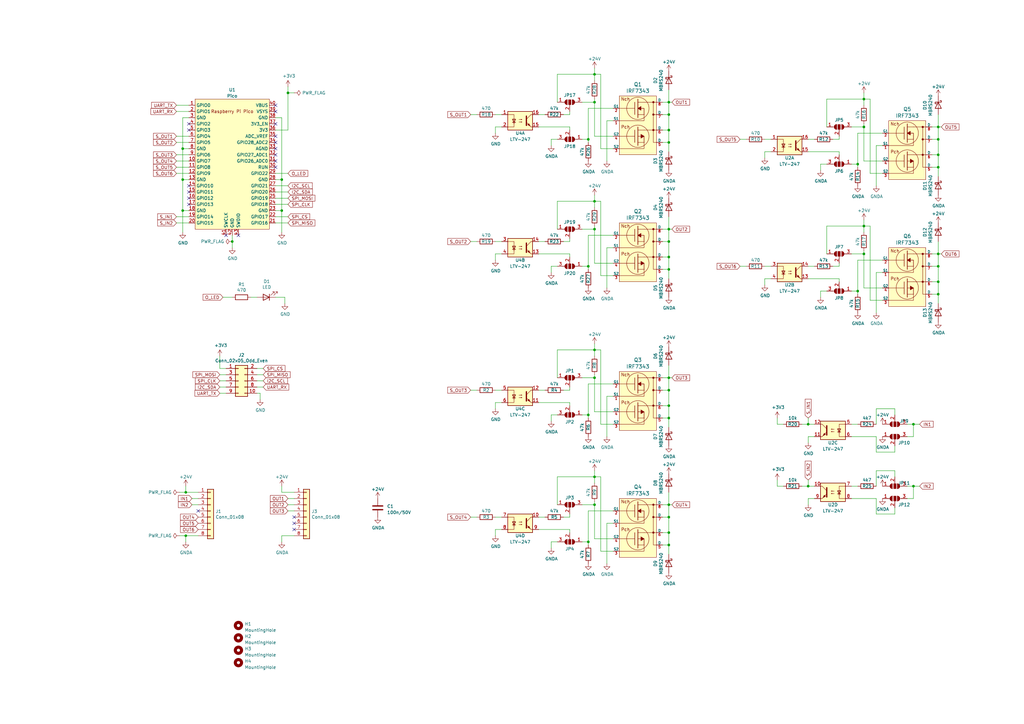
<source format=kicad_sch>
(kicad_sch (version 20230121) (generator eeschema)
  (paper "A3")
  (title_block (title "Türinterface (door_if)") (date "2021-07-17") (rev "R0") (company "Betreiberverein Makerspace+ für Erlangen e.V."))
  (junction (at 243.84 207.01))
  (junction (at 274.32 207.01))
  (junction (at 274.32 105.41))
  (junction (at 76.2 219.71))
  (junction (at 384.81 104.14))
  (junction (at 243.84 93.98))
  (junction (at 274.32 99.06))
  (junction (at 354.33 92.71))
  (junction (at 118.11 38.1))
  (junction (at 331.47 199.39))
  (junction (at 354.33 104.14))
  (junction (at 351.79 67.31))
  (junction (at 243.84 82.55))
  (junction (at 384.81 52.07))
  (junction (at 274.32 218.44))
  (junction (at 243.84 195.58))
  (junction (at 274.32 41.91))
  (junction (at 243.84 30.48))
  (junction (at 384.81 63.5))
  (junction (at 384.81 115.57))
  (junction (at 331.47 173.99))
  (junction (at 76.2 201.93))
  (junction (at 95.25 99.06))
  (junction (at 243.84 41.91))
  (junction (at 274.32 223.52))
  (junction (at 74.93 86.36))
  (junction (at 241.3 57.15))
  (junction (at 274.32 154.94))
  (junction (at 243.84 143.51))
  (junction (at 351.79 119.38))
  (junction (at 274.32 166.37))
  (junction (at 354.33 52.07))
  (junction (at 241.3 222.25))
  (junction (at 274.32 110.49))
  (junction (at 274.32 160.02))
  (junction (at 243.84 154.94))
  (junction (at 274.32 93.98))
  (junction (at 384.81 57.15))
  (junction (at 374.65 173.99))
  (junction (at 384.81 120.65))
  (junction (at 241.3 109.22))
  (junction (at 384.81 109.22))
  (junction (at 241.3 170.18))
  (junction (at 274.32 58.42))
  (junction (at 274.32 53.34))
  (junction (at 115.57 86.36))
  (junction (at 384.81 68.58))
  (junction (at 115.57 73.66))
  (junction (at 374.65 199.39))
  (junction (at 274.32 212.09))
  (junction (at 74.93 73.66))
  (junction (at 274.32 171.45))
  (junction (at 354.33 40.64))
  (junction (at 274.32 46.99))
  (junction (at 74.93 60.96))
  (no_connect (at 113.03 43.18))
  (no_connect (at 113.03 60.96))
  (no_connect (at 113.03 58.42))
  (no_connect (at 77.47 50.8))
  (no_connect (at 97.79 96.52))
  (no_connect (at 113.03 68.58))
  (no_connect (at 120.65 217.17))
  (no_connect (at 120.65 214.63))
  (no_connect (at 113.03 55.88))
  (no_connect (at 113.03 63.5))
  (no_connect (at 113.03 50.8))
  (no_connect (at 77.47 76.2))
  (no_connect (at 81.28 209.55))
  (no_connect (at 120.65 212.09))
  (no_connect (at 113.03 66.04))
  (no_connect (at 77.47 78.74))
  (no_connect (at 92.71 96.52))
  (no_connect (at 77.47 81.28))
  (no_connect (at 113.03 45.72))
  (no_connect (at 77.47 53.34))
  (no_connect (at 77.47 83.82))
  (wire (pts (xy 359.41 111.76) (xy 359.41 128.27)))
  (wire (pts (xy 90.17 153.67) (xy 92.71 153.67)))
  (wire (pts (xy 384.81 57.15) (xy 384.81 63.5)))
  (wire (pts (xy 248.92 49.53) (xy 248.92 66.04)))
  (wire (pts (xy 251.46 96.52) (xy 241.3 96.52)))
  (wire (pts (xy 113.03 76.2) (xy 118.11 76.2)))
  (wire (pts (xy 351.79 54.61) (xy 351.79 67.31)))
  (wire (pts (xy 74.93 60.96) (xy 74.93 73.66)))
  (wire (pts (xy 372.11 179.07) (xy 374.65 179.07)))
  (wire (pts (xy 243.84 220.98) (xy 243.84 207.01)))
  (wire (pts (xy 113.03 83.82) (xy 118.11 83.82)))
  (wire (pts (xy 271.78 207.01) (xy 274.32 207.01)))
  (wire (pts (xy 120.65 209.55) (xy 118.11 209.55)))
  (wire (pts (xy 374.65 199.39) (xy 377.19 199.39)))
  (wire (pts (xy 193.04 46.99) (xy 195.58 46.99)))
  (wire (pts (xy 81.28 204.47) (xy 78.74 204.47)))
  (wire (pts (xy 226.06 111.76) (xy 226.06 109.22)))
  (wire (pts (xy 92.71 151.13) (xy 90.17 151.13)))
  (wire (pts (xy 243.84 207.01) (xy 243.84 205.74)))
  (wire (pts (xy 251.46 49.53) (xy 248.92 49.53)))
  (wire (pts (xy 354.33 104.14) (xy 349.25 104.14)))
  (wire (pts (xy 274.32 149.86) (xy 274.32 154.94)))
  (wire (pts (xy 274.32 201.93) (xy 274.32 207.01)))
  (wire (pts (xy 354.33 40.64) (xy 354.33 43.18)))
  (wire (pts (xy 361.95 118.11) (xy 354.33 118.11)))
  (wire (pts (xy 318.77 199.39) (xy 318.77 196.85)))
  (wire (pts (xy 95.25 99.06) (xy 95.25 101.6)))
  (wire (pts (xy 316.23 114.3) (xy 313.69 114.3)))
  (wire (pts (xy 382.27 63.5) (xy 384.81 63.5)))
  (wire (pts (xy 243.84 30.48) (xy 243.84 33.02)))
  (wire (pts (xy 274.32 93.98) (xy 274.32 99.06)))
  (wire (pts (xy 274.32 207.01) (xy 275.59 207.01)))
  (wire (pts (xy 81.28 207.01) (xy 78.74 207.01)))
  (wire (pts (xy 241.3 44.45) (xy 241.3 57.15)))
  (wire (pts (xy 243.84 30.48) (xy 243.84 27.94)))
  (wire (pts (xy 118.11 38.1) (xy 118.11 35.56)))
  (wire (pts (xy 251.46 60.96) (xy 246.38 60.96)))
  (wire (pts (xy 243.84 107.95) (xy 243.84 93.98)))
  (wire (pts (xy 351.79 67.31) (xy 351.79 68.58)))
  (wire (pts (xy 356.87 71.12) (xy 356.87 40.64)))
  (wire (pts (xy 274.32 41.91) (xy 275.59 41.91)))
  (wire (pts (xy 113.03 91.44) (xy 118.11 91.44)))
  (wire (pts (xy 251.46 157.48) (xy 241.3 157.48)))
  (wire (pts (xy 107.95 158.75) (xy 105.41 158.75)))
  (wire (pts (xy 354.33 92.71) (xy 354.33 95.25)))
  (wire (pts (xy 384.81 52.07) (xy 384.81 57.15)))
  (wire (pts (xy 95.25 121.92) (xy 91.44 121.92)))
  (wire (pts (xy 354.33 66.04) (xy 354.33 52.07)))
  (wire (pts (xy 120.65 207.01) (xy 118.11 207.01)))
  (wire (pts (xy 241.3 222.25) (xy 241.3 223.52)))
  (wire (pts (xy 359.41 199.39) (xy 359.41 193.04)))
  (wire (pts (xy 246.38 226.06) (xy 246.38 195.58)))
  (wire (pts (xy 233.68 212.09) (xy 233.68 210.82)))
  (wire (pts (xy 241.3 109.22) (xy 241.3 110.49)))
  (wire (pts (xy 115.57 201.93) (xy 120.65 201.93)))
  (wire (pts (xy 271.78 154.94) (xy 274.32 154.94)))
  (wire (pts (xy 359.41 210.82) (xy 367.03 210.82)))
  (wire (pts (xy 361.95 59.69) (xy 359.41 59.69)))
  (wire (pts (xy 274.32 114.3) (xy 274.32 110.49)))
  (wire (pts (xy 274.32 53.34) (xy 274.32 58.42)))
  (wire (pts (xy 361.95 66.04) (xy 354.33 66.04)))
  (wire (pts (xy 367.03 210.82) (xy 367.03 208.28)))
  (wire (pts (xy 203.2 46.99) (xy 205.74 46.99)))
  (wire (pts (xy 74.93 86.36) (xy 74.93 95.25)))
  (wire (pts (xy 72.39 43.18) (xy 77.47 43.18)))
  (wire (pts (xy 241.3 157.48) (xy 241.3 170.18)))
  (wire (pts (xy 226.06 57.15) (xy 228.6 57.15)))
  (wire (pts (xy 354.33 52.07) (xy 349.25 52.07)))
  (wire (pts (xy 220.98 160.02) (xy 223.52 160.02)))
  (wire (pts (xy 113.03 81.28) (xy 118.11 81.28)))
  (wire (pts (xy 349.25 173.99) (xy 351.79 173.99)))
  (wire (pts (xy 271.78 218.44) (xy 274.32 218.44)))
  (wire (pts (xy 241.3 209.55) (xy 241.3 222.25)))
  (wire (pts (xy 339.09 104.14) (xy 339.09 92.71)))
  (wire (pts (xy 271.78 93.98) (xy 274.32 93.98)))
  (wire (pts (xy 339.09 52.07) (xy 339.09 40.64)))
  (wire (pts (xy 90.17 158.75) (xy 92.71 158.75)))
  (wire (pts (xy 354.33 92.71) (xy 354.33 90.17)))
  (wire (pts (xy 361.95 123.19) (xy 356.87 123.19)))
  (wire (pts (xy 334.01 199.39) (xy 331.47 199.39)))
  (wire (pts (xy 382.27 57.15) (xy 384.81 57.15)))
  (wire (pts (xy 274.32 99.06) (xy 274.32 105.41)))
  (wire (pts (xy 372.11 199.39) (xy 374.65 199.39)))
  (wire (pts (xy 344.17 114.3) (xy 344.17 115.57)))
  (wire (pts (xy 384.81 120.65) (xy 382.27 120.65)))
  (wire (pts (xy 248.92 162.56) (xy 248.92 179.07)))
  (wire (pts (xy 271.78 212.09) (xy 274.32 212.09)))
  (wire (pts (xy 72.39 58.42) (xy 77.47 58.42)))
  (wire (pts (xy 341.63 57.15) (xy 344.17 57.15)))
  (wire (pts (xy 220.98 52.07) (xy 233.68 52.07)))
  (wire (pts (xy 274.32 154.94) (xy 274.32 160.02)))
  (wire (pts (xy 274.32 110.49) (xy 271.78 110.49)))
  (wire (pts (xy 274.32 212.09) (xy 274.32 218.44)))
  (wire (pts (xy 384.81 46.99) (xy 384.81 52.07)))
  (wire (pts (xy 90.17 151.13) (xy 90.17 146.05)))
  (wire (pts (xy 72.39 55.88) (xy 77.47 55.88)))
  (wire (pts (xy 113.03 73.66) (xy 115.57 73.66)))
  (wire (pts (xy 384.81 68.58) (xy 382.27 68.58)))
  (wire (pts (xy 72.39 66.04) (xy 77.47 66.04)))
  (wire (pts (xy 316.23 62.23) (xy 313.69 62.23)))
  (wire (pts (xy 331.47 199.39) (xy 328.93 199.39)))
  (wire (pts (xy 349.25 204.47) (xy 359.41 204.47)))
  (wire (pts (xy 102.87 121.92) (xy 105.41 121.92)))
  (wire (pts (xy 241.3 96.52) (xy 241.3 109.22)))
  (wire (pts (xy 205.74 165.1) (xy 203.2 165.1)))
  (wire (pts (xy 77.47 48.26) (xy 74.93 48.26)))
  (wire (pts (xy 243.84 207.01) (xy 238.76 207.01)))
  (wire (pts (xy 220.98 217.17) (xy 233.68 217.17)))
  (wire (pts (xy 228.6 30.48) (xy 243.84 30.48)))
  (wire (pts (xy 76.2 219.71) (xy 81.28 219.71)))
  (wire (pts (xy 231.14 46.99) (xy 233.68 46.99)))
  (wire (pts (xy 248.92 101.6) (xy 248.92 118.11)))
  (wire (pts (xy 384.81 104.14) (xy 386.08 104.14)))
  (wire (pts (xy 226.06 109.22) (xy 228.6 109.22)))
  (wire (pts (xy 361.95 71.12) (xy 356.87 71.12)))
  (wire (pts (xy 274.32 171.45) (xy 274.32 175.26)))
  (wire (pts (xy 243.84 195.58) (xy 243.84 193.04)))
  (wire (pts (xy 274.32 207.01) (xy 274.32 212.09)))
  (wire (pts (xy 233.68 46.99) (xy 233.68 45.72)))
  (wire (pts (xy 349.25 179.07) (xy 359.41 179.07)))
  (wire (pts (xy 354.33 118.11) (xy 354.33 104.14)))
  (wire (pts (xy 115.57 48.26) (xy 115.57 73.66)))
  (wire (pts (xy 271.78 105.41) (xy 274.32 105.41)))
  (wire (pts (xy 241.3 170.18) (xy 241.3 171.45)))
  (wire (pts (xy 313.69 57.15) (xy 316.23 57.15)))
  (wire (pts (xy 251.46 162.56) (xy 248.92 162.56)))
  (wire (pts (xy 205.74 217.17) (xy 203.2 217.17)))
  (wire (pts (xy 246.38 60.96) (xy 246.38 30.48)))
  (wire (pts (xy 274.32 223.52) (xy 271.78 223.52)))
  (wire (pts (xy 334.01 179.07) (xy 331.47 179.07)))
  (wire (pts (xy 233.68 99.06) (xy 233.68 97.79)))
  (wire (pts (xy 107.95 151.13) (xy 105.41 151.13)))
  (wire (pts (xy 251.46 220.98) (xy 243.84 220.98)))
  (wire (pts (xy 331.47 62.23) (xy 344.17 62.23)))
  (wire (pts (xy 203.2 99.06) (xy 205.74 99.06)))
  (wire (pts (xy 321.31 199.39) (xy 318.77 199.39)))
  (wire (pts (xy 233.68 104.14) (xy 233.68 105.41)))
  (wire (pts (xy 231.14 99.06) (xy 233.68 99.06)))
  (wire (pts (xy 113.03 121.92) (xy 116.84 121.92)))
  (wire (pts (xy 384.81 115.57) (xy 384.81 120.65)))
  (wire (pts (xy 72.39 91.44) (xy 77.47 91.44)))
  (wire (pts (xy 193.04 212.09) (xy 195.58 212.09)))
  (wire (pts (xy 336.55 119.38) (xy 339.09 119.38)))
  (wire (pts (xy 241.3 222.25) (xy 238.76 222.25)))
  (wire (pts (xy 76.2 201.93) (xy 81.28 201.93)))
  (wire (pts (xy 113.03 88.9) (xy 118.11 88.9)))
  (wire (pts (xy 339.09 92.71) (xy 354.33 92.71)))
  (wire (pts (xy 356.87 92.71) (xy 354.33 92.71)))
  (wire (pts (xy 246.38 82.55) (xy 243.84 82.55)))
  (wire (pts (xy 384.81 104.14) (xy 384.81 109.22)))
  (wire (pts (xy 106.68 161.29) (xy 106.68 163.83)))
  (wire (pts (xy 203.2 165.1) (xy 203.2 167.64)))
  (wire (pts (xy 113.03 78.74) (xy 118.11 78.74)))
  (wire (pts (xy 359.41 173.99) (xy 359.41 167.64)))
  (wire (pts (xy 356.87 40.64) (xy 354.33 40.64)))
  (wire (pts (xy 76.2 222.25) (xy 76.2 219.71)))
  (wire (pts (xy 274.32 93.98) (xy 275.59 93.98)))
  (wire (pts (xy 246.38 113.03) (xy 246.38 82.55)))
  (wire (pts (xy 72.39 88.9) (xy 77.47 88.9)))
  (wire (pts (xy 246.38 195.58) (xy 243.84 195.58)))
  (wire (pts (xy 274.32 58.42) (xy 271.78 58.42)))
  (wire (pts (xy 220.98 165.1) (xy 233.68 165.1)))
  (wire (pts (xy 374.65 204.47) (xy 374.65 199.39)))
  (wire (pts (xy 116.84 121.92) (xy 116.84 124.46)))
  (wire (pts (xy 72.39 45.72) (xy 77.47 45.72)))
  (wire (pts (xy 233.68 52.07) (xy 233.68 53.34)))
  (wire (pts (xy 251.46 226.06) (xy 246.38 226.06)))
  (wire (pts (xy 220.98 99.06) (xy 223.52 99.06)))
  (wire (pts (xy 220.98 212.09) (xy 223.52 212.09)))
  (wire (pts (xy 331.47 171.45) (xy 331.47 173.99)))
  (wire (pts (xy 313.69 114.3) (xy 313.69 116.84)))
  (wire (pts (xy 341.63 109.22) (xy 344.17 109.22)))
  (wire (pts (xy 344.17 62.23) (xy 344.17 63.5)))
  (wire (pts (xy 354.33 52.07) (xy 354.33 50.8)))
  (wire (pts (xy 243.84 82.55) (xy 243.84 80.01)))
  (wire (pts (xy 203.2 104.14) (xy 203.2 106.68)))
  (wire (pts (xy 243.84 93.98) (xy 238.76 93.98)))
  (wire (pts (xy 251.46 55.88) (xy 243.84 55.88)))
  (wire (pts (xy 361.95 106.68) (xy 351.79 106.68)))
  (wire (pts (xy 95.25 96.52) (xy 95.25 99.06)))
  (wire (pts (xy 118.11 38.1) (xy 120.65 38.1)))
  (wire (pts (xy 243.84 154.94) (xy 238.76 154.94)))
  (wire (pts (xy 105.41 161.29) (xy 106.68 161.29)))
  (wire (pts (xy 243.84 143.51) (xy 243.84 146.05)))
  (wire (pts (xy 367.03 193.04) (xy 367.03 195.58)))
  (wire (pts (xy 382.27 109.22) (xy 384.81 109.22)))
  (wire (pts (xy 243.84 41.91) (xy 243.84 40.64)))
  (wire (pts (xy 113.03 71.12) (xy 118.11 71.12)))
  (wire (pts (xy 228.6 41.91) (xy 228.6 30.48)))
  (wire (pts (xy 73.66 201.93) (xy 76.2 201.93)))
  (wire (pts (xy 382.27 115.57) (xy 384.81 115.57)))
  (wire (pts (xy 74.93 73.66) (xy 77.47 73.66)))
  (wire (pts (xy 203.2 212.09) (xy 205.74 212.09)))
  (wire (pts (xy 271.78 160.02) (xy 274.32 160.02)))
  (wire (pts (xy 384.81 68.58) (xy 384.81 72.39)))
  (wire (pts (xy 359.41 167.64) (xy 367.03 167.64)))
  (wire (pts (xy 274.32 46.99) (xy 274.32 53.34)))
  (wire (pts (xy 220.98 46.99) (xy 223.52 46.99)))
  (wire (pts (xy 374.65 173.99) (xy 377.19 173.99)))
  (wire (pts (xy 351.79 67.31) (xy 349.25 67.31)))
  (wire (pts (xy 384.81 124.46) (xy 384.81 120.65)))
  (wire (pts (xy 351.79 119.38) (xy 351.79 120.65)))
  (wire (pts (xy 367.03 167.64) (xy 367.03 170.18)))
  (wire (pts (xy 382.27 52.07) (xy 384.81 52.07)))
  (wire (pts (xy 228.6 207.01) (xy 228.6 195.58)))
  (wire (pts (xy 359.41 59.69) (xy 359.41 76.2)))
  (wire (pts (xy 274.32 154.94) (xy 275.59 154.94)))
  (wire (pts (xy 336.55 69.85) (xy 336.55 67.31)))
  (wire (pts (xy 274.32 218.44) (xy 274.32 223.52)))
  (wire (pts (xy 336.55 121.92) (xy 336.55 119.38)))
  (wire (pts (xy 331.47 109.22) (xy 334.01 109.22)))
  (wire (pts (xy 203.2 217.17) (xy 203.2 219.71)))
  (wire (pts (xy 243.84 143.51) (xy 243.84 140.97)))
  (wire (pts (xy 359.41 204.47) (xy 359.41 210.82)))
  (wire (pts (xy 318.77 173.99) (xy 318.77 171.45)))
  (wire (pts (xy 107.95 153.67) (xy 105.41 153.67)))
  (wire (pts (xy 243.84 154.94) (xy 243.84 153.67)))
  (wire (pts (xy 384.81 99.06) (xy 384.81 104.14)))
  (wire (pts (xy 382.27 104.14) (xy 384.81 104.14)))
  (wire (pts (xy 241.3 109.22) (xy 238.76 109.22)))
  (wire (pts (xy 72.39 68.58) (xy 77.47 68.58)))
  (wire (pts (xy 205.74 52.07) (xy 203.2 52.07)))
  (wire (pts (xy 271.78 99.06) (xy 274.32 99.06)))
  (wire (pts (xy 73.66 219.71) (xy 76.2 219.71)))
  (wire (pts (xy 313.69 62.23) (xy 313.69 64.77)))
  (wire (pts (xy 233.68 160.02) (xy 233.68 158.75)))
  (wire (pts (xy 193.04 160.02) (xy 195.58 160.02)))
  (wire (pts (xy 113.03 48.26) (xy 115.57 48.26)))
  (wire (pts (xy 271.78 41.91) (xy 274.32 41.91)))
  (wire (pts (xy 243.84 195.58) (xy 243.84 198.12)))
  (wire (pts (xy 274.32 105.41) (xy 274.32 110.49)))
  (wire (pts (xy 241.3 57.15) (xy 238.76 57.15)))
  (wire (pts (xy 274.32 160.02) (xy 274.32 166.37)))
  (wire (pts (xy 113.03 53.34) (xy 118.11 53.34)))
  (wire (pts (xy 331.47 196.85) (xy 331.47 199.39)))
  (wire (pts (xy 274.32 36.83) (xy 274.32 41.91)))
  (wire (pts (xy 203.2 160.02) (xy 205.74 160.02)))
  (wire (pts (xy 271.78 166.37) (xy 274.32 166.37)))
  (wire (pts (xy 344.17 109.22) (xy 344.17 107.95)))
  (wire (pts (xy 74.93 60.96) (xy 77.47 60.96)))
  (wire (pts (xy 228.6 195.58) (xy 243.84 195.58)))
  (wire (pts (xy 90.17 156.21) (xy 92.71 156.21)))
  (wire (pts (xy 241.3 57.15) (xy 241.3 58.42)))
  (wire (pts (xy 372.11 204.47) (xy 374.65 204.47)))
  (wire (pts (xy 367.03 185.42) (xy 367.03 182.88)))
  (wire (pts (xy 113.03 86.36) (xy 115.57 86.36)))
  (wire (pts (xy 356.87 123.19) (xy 356.87 92.71)))
  (wire (pts (xy 246.38 30.48) (xy 243.84 30.48)))
  (wire (pts (xy 243.84 41.91) (xy 238.76 41.91)))
  (wire (pts (xy 271.78 46.99) (xy 274.32 46.99)))
  (wire (pts (xy 351.79 119.38) (xy 349.25 119.38)))
  (wire (pts (xy 115.57 199.39) (xy 115.57 201.93)))
  (wire (pts (xy 274.32 88.9) (xy 274.32 93.98)))
  (wire (pts (xy 351.79 106.68) (xy 351.79 119.38)))
  (wire (pts (xy 384.81 109.22) (xy 384.81 115.57)))
  (wire (pts (xy 271.78 53.34) (xy 274.32 53.34)))
  (wire (pts (xy 331.47 57.15) (xy 334.01 57.15)))
  (wire (pts (xy 115.57 222.25) (xy 115.57 219.71)))
  (wire (pts (xy 115.57 86.36) (xy 115.57 95.25)))
  (wire (pts (xy 303.53 109.22) (xy 306.07 109.22)))
  (wire (pts (xy 243.84 55.88) (xy 243.84 41.91)))
  (wire (pts (xy 243.84 168.91) (xy 243.84 154.94)))
  (wire (pts (xy 339.09 40.64) (xy 354.33 40.64)))
  (wire (pts (xy 334.01 204.47) (xy 331.47 204.47)))
  (wire (pts (xy 274.32 171.45) (xy 271.78 171.45)))
  (wire (pts (xy 331.47 114.3) (xy 344.17 114.3)))
  (wire (pts (xy 334.01 173.99) (xy 331.47 173.99)))
  (wire (pts (xy 72.39 71.12) (xy 77.47 71.12)))
  (wire (pts (xy 321.31 173.99) (xy 318.77 173.99)))
  (wire (pts (xy 251.46 113.03) (xy 246.38 113.03)))
  (wire (pts (xy 361.95 111.76) (xy 359.41 111.76)))
  (wire (pts (xy 231.14 160.02) (xy 233.68 160.02)))
  (wire (pts (xy 336.55 67.31) (xy 339.09 67.31)))
  (wire (pts (xy 274.32 58.42) (xy 274.32 62.23)))
  (wire (pts (xy 115.57 73.66) (xy 115.57 86.36)))
  (wire (pts (xy 228.6 143.51) (xy 243.84 143.51)))
  (wire (pts (xy 193.04 99.06) (xy 195.58 99.06)))
  (wire (pts (xy 359.41 179.07) (xy 359.41 185.42)))
  (wire (pts (xy 76.2 199.39) (xy 76.2 201.93)))
  (wire (pts (xy 251.46 173.99) (xy 246.38 173.99)))
  (wire (pts (xy 233.68 165.1) (xy 233.68 166.37)))
  (wire (pts (xy 331.47 179.07) (xy 331.47 181.61)))
  (wire (pts (xy 74.93 86.36) (xy 77.47 86.36)))
  (wire (pts (xy 118.11 53.34) (xy 118.11 38.1)))
  (wire (pts (xy 274.32 41.91) (xy 274.32 46.99)))
  (wire (pts (xy 361.95 54.61) (xy 351.79 54.61)))
  (wire (pts (xy 72.39 63.5) (xy 77.47 63.5)))
  (wire (pts (xy 251.46 101.6) (xy 248.92 101.6)))
  (wire (pts (xy 313.69 109.22) (xy 316.23 109.22)))
  (wire (pts (xy 226.06 59.69) (xy 226.06 57.15)))
  (wire (pts (xy 246.38 143.51) (xy 243.84 143.51)))
  (wire (pts (xy 248.92 214.63) (xy 248.92 231.14)))
  (wire (pts (xy 384.81 63.5) (xy 384.81 68.58)))
  (wire (pts (xy 226.06 170.18) (xy 228.6 170.18)))
  (wire (pts (xy 120.65 204.47) (xy 118.11 204.47)))
  (wire (pts (xy 228.6 93.98) (xy 228.6 82.55)))
  (wire (pts (xy 374.65 179.07) (xy 374.65 173.99)))
  (wire (pts (xy 90.17 161.29) (xy 92.71 161.29)))
  (wire (pts (xy 372.11 173.99) (xy 374.65 173.99)))
  (wire (pts (xy 303.53 57.15) (xy 306.07 57.15)))
  (wire (pts (xy 203.2 52.07) (xy 203.2 54.61)))
  (wire (pts (xy 74.93 73.66) (xy 74.93 86.36)))
  (wire (pts (xy 231.14 212.09) (xy 233.68 212.09)))
  (wire (pts (xy 354.33 40.64) (xy 354.33 38.1)))
  (wire (pts (xy 226.06 224.79) (xy 226.06 222.25)))
  (wire (pts (xy 246.38 173.99) (xy 246.38 143.51)))
  (wire (pts (xy 274.32 227.33) (xy 274.32 223.52)))
  (wire (pts (xy 205.74 104.14) (xy 203.2 104.14)))
  (wire (pts (xy 331.47 173.99) (xy 328.93 173.99)))
  (wire (pts (xy 344.17 57.15) (xy 344.17 55.88)))
  (wire (pts (xy 226.06 172.72) (xy 226.06 170.18)))
  (wire (pts (xy 251.46 107.95) (xy 243.84 107.95)))
  (wire (pts (xy 243.84 93.98) (xy 243.84 92.71)))
  (wire (pts (xy 274.32 166.37) (xy 274.32 171.45)))
  (wire (pts (xy 228.6 154.94) (xy 228.6 143.51)))
  (wire (pts (xy 115.57 219.71) (xy 120.65 219.71)))
  (wire (pts (xy 251.46 44.45) (xy 241.3 44.45)))
  (wire (pts (xy 251.46 168.91) (xy 243.84 168.91)))
  (wire (pts (xy 233.68 217.17) (xy 233.68 218.44)))
  (wire (pts (xy 107.95 156.21) (xy 105.41 156.21)))
  (wire (pts (xy 241.3 170.18) (xy 238.76 170.18)))
  (wire (pts (xy 251.46 209.55) (xy 241.3 209.55)))
  (wire (pts (xy 251.46 214.63) (xy 248.92 214.63)))
  (wire (pts (xy 228.6 82.55) (xy 243.84 82.55)))
  (wire (pts (xy 243.84 82.55) (xy 243.84 85.09)))
  (wire (pts (xy 349.25 199.39) (xy 351.79 199.39)))
  (wire (pts (xy 226.06 222.25) (xy 228.6 222.25)))
  (wire (pts (xy 354.33 104.14) (xy 354.33 102.87)))
  (wire (pts (xy 331.47 204.47) (xy 331.47 207.01)))
  (wire (pts (xy 359.41 185.42) (xy 367.03 185.42)))
  (wire (pts (xy 359.41 193.04) (xy 367.03 193.04)))
  (wire (pts (xy 74.93 48.26) (xy 74.93 60.96)))
  (wire (pts (xy 220.98 104.14) (xy 233.68 104.14)))
  (wire (pts (xy 384.81 52.07) (xy 386.08 52.07)))
  (global_label "IN1" (shape input) (at 377.19 173.99 0) (property "Intersheetrefs" "${INTERSHEET_REFS}" (effects hide)))
  (global_label "UART_TX" (shape input) (at 72.39 43.18 180) (property "Intersheetrefs" "${INTERSHEET_REFS}" (effects hide)))
  (global_label "S_OUT1" (shape input) (at 72.39 55.88 180) (property "Intersheetrefs" "${INTERSHEET_REFS}" (effects hide)))
  (global_label "IN2" (shape input) (at 377.19 199.39 0) (property "Intersheetrefs" "${INTERSHEET_REFS}" (effects hide)))
  (global_label "SPI_CS" (shape input) (at 118.11 88.9 0) (property "Intersheetrefs" "${INTERSHEET_REFS}" (effects hide)))
  (global_label "O_LED" (shape input) (at 91.44 121.92 180) (property "Intersheetrefs" "${INTERSHEET_REFS}" (effects hide)))
  (global_label "SPI_CLK" (shape input) (at 90.17 156.21 180) (property "Intersheetrefs" "${INTERSHEET_REFS}" (effects hide)))
  (global_label "OUT2" (shape input) (at 275.59 93.98 0) (property "Intersheetrefs" "${INTERSHEET_REFS}" (effects hide)))
  (global_label "I2C_SDA" (shape input) (at 118.11 78.74 0) (property "Intersheetrefs" "${INTERSHEET_REFS}" (effects hide)))
  (global_label "S_OUT6" (shape input) (at 303.53 109.22 180) (property "Intersheetrefs" "${INTERSHEET_REFS}" (effects hide)))
  (global_label "I2C_SCL" (shape input) (at 118.11 76.2 0) (property "Intersheetrefs" "${INTERSHEET_REFS}" (effects hide)))
  (global_label "S_IN1" (shape input) (at 331.47 171.45 90) (property "Intersheetrefs" "${INTERSHEET_REFS}" (effects hide)))
  (global_label "S_OUT2" (shape input) (at 72.39 58.42 180) (property "Intersheetrefs" "${INTERSHEET_REFS}" (effects hide)))
  (global_label "UART_TX" (shape input) (at 90.17 161.29 180) (property "Intersheetrefs" "${INTERSHEET_REFS}" (effects hide)))
  (global_label "IN1" (shape input) (at 78.74 204.47 180) (property "Intersheetrefs" "${INTERSHEET_REFS}" (effects hide)))
  (global_label "OUT1" (shape input) (at 118.11 204.47 180) (property "Intersheetrefs" "${INTERSHEET_REFS}" (effects hide)))
  (global_label "OUT3" (shape input) (at 118.11 209.55 180) (property "Intersheetrefs" "${INTERSHEET_REFS}" (effects hide)))
  (global_label "OUT4" (shape input) (at 81.28 212.09 180) (property "Intersheetrefs" "${INTERSHEET_REFS}" (effects hide)))
  (global_label "S_OUT5" (shape input) (at 303.53 57.15 180) (property "Intersheetrefs" "${INTERSHEET_REFS}" (effects hide)))
  (global_label "OUT2" (shape input) (at 118.11 207.01 180) (property "Intersheetrefs" "${INTERSHEET_REFS}" (effects hide)))
  (global_label "S_OUT4" (shape input) (at 72.39 66.04 180) (property "Intersheetrefs" "${INTERSHEET_REFS}" (effects hide)))
  (global_label "SPI_CS" (shape input) (at 107.95 151.13 0) (property "Intersheetrefs" "${INTERSHEET_REFS}" (effects hide)))
  (global_label "S_IN2" (shape input) (at 72.39 91.44 180) (property "Intersheetrefs" "${INTERSHEET_REFS}" (effects hide)))
  (global_label "S_IN1" (shape input) (at 72.39 88.9 180) (property "Intersheetrefs" "${INTERSHEET_REFS}" (effects hide)))
  (global_label "OUT1" (shape input) (at 275.59 41.91 0) (property "Intersheetrefs" "${INTERSHEET_REFS}" (effects hide)))
  (global_label "I2C_SCL" (shape input) (at 107.95 156.21 0) (property "Intersheetrefs" "${INTERSHEET_REFS}" (effects hide)))
  (global_label "OUT6" (shape input) (at 81.28 217.17 180) (property "Intersheetrefs" "${INTERSHEET_REFS}" (effects hide)))
  (global_label "OUT6" (shape input) (at 386.08 104.14 0) (property "Intersheetrefs" "${INTERSHEET_REFS}" (effects hide)))
  (global_label "OUT4" (shape input) (at 275.59 207.01 0) (property "Intersheetrefs" "${INTERSHEET_REFS}" (effects hide)))
  (global_label "S_OUT5" (shape input) (at 72.39 68.58 180) (property "Intersheetrefs" "${INTERSHEET_REFS}" (effects hide)))
  (global_label "S_OUT6" (shape input) (at 72.39 71.12 180) (property "Intersheetrefs" "${INTERSHEET_REFS}" (effects hide)))
  (global_label "OUT5" (shape input) (at 386.08 52.07 0) (property "Intersheetrefs" "${INTERSHEET_REFS}" (effects hide)))
  (global_label "IN2" (shape input) (at 78.74 207.01 180) (property "Intersheetrefs" "${INTERSHEET_REFS}" (effects hide)))
  (global_label "I2C_SDA" (shape input) (at 90.17 158.75 180) (property "Intersheetrefs" "${INTERSHEET_REFS}" (effects hide)))
  (global_label "OUT5" (shape input) (at 81.28 214.63 180) (property "Intersheetrefs" "${INTERSHEET_REFS}" (effects hide)))
  (global_label "SPI_MOSI" (shape input) (at 90.17 153.67 180) (property "Intersheetrefs" "${INTERSHEET_REFS}" (effects hide)))
  (global_label "UART_RX" (shape input) (at 72.39 45.72 180) (property "Intersheetrefs" "${INTERSHEET_REFS}" (effects hide)))
  (global_label "SPI_CLK" (shape input) (at 118.11 83.82 0) (property "Intersheetrefs" "${INTERSHEET_REFS}" (effects hide)))
  (global_label "SPI_MOSI" (shape input) (at 118.11 81.28 0) (property "Intersheetrefs" "${INTERSHEET_REFS}" (effects hide)))
  (global_label "OUT3" (shape input) (at 275.59 154.94 0) (property "Intersheetrefs" "${INTERSHEET_REFS}" (effects hide)))
  (global_label "SPI_MISO" (shape input) (at 107.95 153.67 0) (property "Intersheetrefs" "${INTERSHEET_REFS}" (effects hide)))
  (global_label "S_OUT3" (shape input) (at 72.39 63.5 180) (property "Intersheetrefs" "${INTERSHEET_REFS}" (effects hide)))
  (global_label "S_OUT3" (shape input) (at 193.04 160.02 180) (property "Intersheetrefs" "${INTERSHEET_REFS}" (effects hide)))
  (global_label "S_OUT2" (shape input) (at 193.04 99.06 180) (property "Intersheetrefs" "${INTERSHEET_REFS}" (effects hide)))
  (global_label "S_OUT1" (shape input) (at 193.04 46.99 180) (property "Intersheetrefs" "${INTERSHEET_REFS}" (effects hide)))
  (global_label "UART_RX" (shape input) (at 107.95 158.75 0) (property "Intersheetrefs" "${INTERSHEET_REFS}" (effects hide)))
  (global_label "S_IN2" (shape input) (at 331.47 196.85 90) (property "Intersheetrefs" "${INTERSHEET_REFS}" (effects hide)))
  (global_label "S_OUT4" (shape input) (at 193.04 212.09 180) (property "Intersheetrefs" "${INTERSHEET_REFS}" (effects hide)))
  (global_label "SPI_MISO" (shape input) (at 118.11 91.44 0) (property "Intersheetrefs" "${INTERSHEET_REFS}" (effects hide)))
  (global_label "O_LED" (shape input) (at 118.11 71.12 0) (property "Intersheetrefs" "${INTERSHEET_REFS}" (effects hide)))
  (symbol (lib_id "Connector_Generic:Conn_01x08") (at 125.73 209.55 0) (unit 1)
    (property "Reference" "J3" (at 127.762 209.7532 0) (effects (justify left)))
    (property "Value" "Conn_01x08" (at 127.762 212.0646 0) (effects (justify left)))
    (property "Footprint" "cc_con-lst:LSA-IDC381-8" (effects hide))
  )
  (symbol (lib_id "power:GNDA") (at 115.57 222.25 0) (unit 1)
    (property "Reference" "#PWR09" (effects hide))
    (property "Value" "GNDA" (at 115.697 226.6442 0))
  )
  (symbol (lib_id "Device:R") (at 243.84 36.83 180) (unit 1)
    (property "Reference" "R28" (at 243.84 36.83 90))
    (property "Value" "47k" (at 241.3 36.83 90))
    (property "Footprint" "Resistor_SMD:R_0603_1608Metric_Pad0.98x0.95mm_HandSolder" (effects hide))
  )
  (symbol (lib_id "Device:LED") (at 109.22 121.92 180) (unit 1)
    (property "Reference" "D1" (at 109.3978 115.443 0))
    (property "Value" "LED" (at 109.3978 117.7544 0))
    (property "Footprint" "LED_SMD:LED_0603_1608Metric_Pad1.05x0.95mm_HandSolder" (effects hide))
  )
  (symbol (lib_id "Device:R") (at 99.06 121.92 270) (unit 1)
    (property "Reference" "R1" (at 99.06 116.6622 90))
    (property "Value" "470" (at 99.06 118.9736 90))
    (property "Footprint" "Resistor_SMD:R_0603_1608Metric_Pad0.98x0.95mm_HandSolder" (effects hide))
  )
  (symbol (lib_id "power:GND") (at 116.84 124.46 0) (unit 1)
    (property "Reference" "#PWR010" (effects hide))
    (property "Value" "GND" (at 116.967 128.8542 0))
  )
  (symbol (lib_id "power:GND") (at 95.25 101.6 0) (unit 1)
    (property "Reference" "#PWR05" (effects hide))
    (property "Value" "GND" (at 95.377 105.9942 0))
  )
  (symbol (lib_id "door_if3_usb-rescue:+3.3V-power") (at 118.11 35.56 0) (unit 1)
    (property "Reference" "#PWR011" (effects hide))
    (property "Value" "+3.3V" (at 118.491 31.1658 0))
  )
  (symbol (lib_id "power:PWR_FLAG") (at 120.65 38.1 270) (unit 1)
    (property "Reference" "#FLG04" (effects hide))
    (property "Value" "PWR_FLAG" (at 123.9012 38.1 90) (effects (justify left)))
  )
  (symbol (lib_id "cc_transistor:IRF7389") (at 254 39.37 0) (unit 1)
    (property "Reference" "Q1" (at 261.62 34.6202 0) (effects (font (size 1.524 1.524))))
    (property "Value" "IRF7343" (at 261.62 37.3126 0) (effects (font (size 1.524 1.524))))
    (property "Footprint" "Package_SO:SO-8_3.9x4.9mm_P1.27mm" (effects hide))
  )
  (symbol (lib_id "Device:D_Schottky") (at 274.32 33.02 270) (unit 1)
    (property "Reference" "D2" (at 268.8336 33.02 0))
    (property "Value" "MBRS240" (at 271.145 33.02 0))
    (property "Footprint" "Diode_SMD:D_SMB_Handsoldering" (effects hide))
  )
  (symbol (lib_id "Isolator:LTV-247") (at 213.36 49.53 0) (unit 1)
    (property "Reference" "U4" (at 213.36 54.61 0))
    (property "Value" "LTV-247" (at 213.36 57.15 0))
    (property "Footprint" "Package_SO:SOP-16_4.4x10.4mm_P1.27mm" (effects hide))
    (property "Datasheet" "http://optoelectronics.liteon.com/upload/download/DS70-2009-0014/LTV-2X7%20sereis%20Mar17.PDF" (effects hide))
  )
  (symbol (lib_id "Device:R") (at 227.33 46.99 90) (unit 1)
    (property "Reference" "R22" (at 227.33 46.99 90))
    (property "Value" "47k" (at 227.33 44.45 90))
    (property "Footprint" "Resistor_SMD:R_0603_1608Metric_Pad0.98x0.95mm_HandSolder" (effects hide))
  )
  (symbol (lib_id "Device:R") (at 241.3 62.23 180) (unit 1)
    (property "Reference" "R26" (at 241.3 62.23 90))
    (property "Value" "47k" (at 238.76 62.23 90))
    (property "Footprint" "Resistor_SMD:R_0603_1608Metric_Pad0.98x0.95mm_HandSolder" (effects hide))
  )
  (symbol (lib_id "door_if3_usb-rescue:SolderJumper_3_Open-Jumper") (at 233.68 41.91 0) (unit 1)
    (property "Reference" "JP17" (at 233.68 39.0398 0))
    (property "Value" "SolderJumper_3_Open" (effects hide))
    (property "Footprint" "Jumper:SolderJumper-3_P1.3mm_Open_Pad1.0x1.5mm" (effects hide))
  )
  (symbol (lib_id "door_if3_usb-rescue:SolderJumper_3_Open-Jumper") (at 233.68 57.15 180) (unit 1)
    (property "Reference" "JP18" (at 233.68 60.0202 0))
    (property "Value" "SolderJumper_3_Open" (effects hide))
    (property "Footprint" "Jumper:SolderJumper-3_P1.3mm_Open_Pad1.0x1.5mm" (effects hide))
  )
  (symbol (lib_id "Device:R") (at 227.33 99.06 90) (unit 1)
    (property "Reference" "R23" (at 227.33 99.06 90))
    (property "Value" "47k" (at 227.33 96.52 90))
    (property "Footprint" "Resistor_SMD:R_0603_1608Metric_Pad0.98x0.95mm_HandSolder" (effects hide))
  )
  (symbol (lib_id "power:GNDA") (at 226.06 59.69 0) (unit 1)
    (property "Reference" "#PWR050" (effects hide))
    (property "Value" "GNDA" (at 226.187 64.0842 0))
  )
  (symbol (lib_id "power:GNDA") (at 241.3 66.04 0) (unit 1)
    (property "Reference" "#PWR056" (effects hide))
    (property "Value" "GNDA" (at 241.427 70.4342 0))
  )
  (symbol (lib_id "power:GNDA") (at 248.92 66.04 0) (unit 1)
    (property "Reference" "#PWR060" (effects hide))
    (property "Value" "GNDA" (at 249.047 70.4342 0))
  )
  (symbol (lib_id "power:GND") (at 203.2 54.61 0) (unit 1)
    (property "Reference" "#PWR046" (effects hide))
    (property "Value" "GND" (at 203.327 59.0042 0))
  )
  (symbol (lib_id "Device:R") (at 199.39 46.99 90) (unit 1)
    (property "Reference" "R18" (at 199.39 46.99 90))
    (property "Value" "470" (at 199.39 44.45 90))
    (property "Footprint" "Resistor_SMD:R_0603_1608Metric_Pad0.98x0.95mm_HandSolder" (effects hide))
  )
  (symbol (lib_id "Device:R") (at 243.84 88.9 180) (unit 1)
    (property "Reference" "R29" (at 243.84 88.9 90))
    (property "Value" "47k" (at 241.3 88.9 90))
    (property "Footprint" "Resistor_SMD:R_0603_1608Metric_Pad0.98x0.95mm_HandSolder" (effects hide))
  )
  (symbol (lib_id "cc_transistor:IRF7389") (at 254 91.44 0) (unit 1)
    (property "Reference" "Q2" (at 261.62 86.6902 0) (effects (font (size 1.524 1.524))))
    (property "Value" "IRF7343" (at 261.62 89.3826 0) (effects (font (size 1.524 1.524))))
    (property "Footprint" "Package_SO:SO-8_3.9x4.9mm_P1.27mm" (effects hide))
  )
  (symbol (lib_id "Isolator:LTV-247") (at 213.36 101.6 0) (unit 2)
    (property "Reference" "U4" (at 213.36 106.68 0))
    (property "Value" "LTV-247" (at 213.36 109.22 0))
    (property "Footprint" "Package_SO:SOP-16_4.4x10.4mm_P1.27mm" (effects hide))
    (property "Datasheet" "http://optoelectronics.liteon.com/upload/download/DS70-2009-0014/LTV-2X7%20sereis%20Mar17.PDF" (effects hide))
  )
  (symbol (lib_id "Device:R") (at 241.3 114.3 180) (unit 1)
    (property "Reference" "R27" (at 241.3 114.3 90))
    (property "Value" "47k" (at 238.76 114.3 90))
    (property "Footprint" "Resistor_SMD:R_0603_1608Metric_Pad0.98x0.95mm_HandSolder" (effects hide))
  )
  (symbol (lib_id "door_if3_usb-rescue:SolderJumper_3_Open-Jumper") (at 233.68 93.98 0) (unit 1)
    (property "Reference" "JP19" (at 233.68 91.1098 0))
    (property "Value" "SolderJumper_3_Open" (effects hide))
    (property "Footprint" "Jumper:SolderJumper-3_P1.3mm_Open_Pad1.0x1.5mm" (effects hide))
  )
  (symbol (lib_id "door_if3_usb-rescue:SolderJumper_3_Open-Jumper") (at 233.68 109.22 180) (unit 1)
    (property "Reference" "JP20" (at 233.68 112.0902 0))
    (property "Value" "SolderJumper_3_Open" (effects hide))
    (property "Footprint" "Jumper:SolderJumper-3_P1.3mm_Open_Pad1.0x1.5mm" (effects hide))
  )
  (symbol (lib_id "power:GNDA") (at 226.06 111.76 0) (unit 1)
    (property "Reference" "#PWR051" (effects hide))
    (property "Value" "GNDA" (at 226.187 116.1542 0))
  )
  (symbol (lib_id "power:GNDA") (at 241.3 118.11 0) (unit 1)
    (property "Reference" "#PWR057" (effects hide))
    (property "Value" "GNDA" (at 241.427 122.5042 0))
  )
  (symbol (lib_id "power:GNDA") (at 248.92 118.11 0) (unit 1)
    (property "Reference" "#PWR061" (effects hide))
    (property "Value" "GNDA" (at 249.047 122.5042 0))
  )
  (symbol (lib_id "power:GND") (at 203.2 106.68 0) (unit 1)
    (property "Reference" "#PWR047" (effects hide))
    (property "Value" "GND" (at 203.327 111.0742 0))
  )
  (symbol (lib_id "Device:R") (at 199.39 99.06 90) (unit 1)
    (property "Reference" "R19" (at 199.39 99.06 90))
    (property "Value" "470" (at 199.39 96.52 90))
    (property "Footprint" "Resistor_SMD:R_0603_1608Metric_Pad0.98x0.95mm_HandSolder" (effects hide))
  )
  (symbol (lib_id "Device:D_Schottky") (at 274.32 66.04 270) (unit 1)
    (property "Reference" "D3" (at 268.8336 66.04 0))
    (property "Value" "MBRS240" (at 271.145 66.04 0))
    (property "Footprint" "Diode_SMD:D_SMB_Handsoldering" (effects hide))
  )
  (symbol (lib_id "power:GNDA") (at 274.32 69.85 0) (unit 1)
    (property "Reference" "#PWR063" (effects hide))
    (property "Value" "GNDA" (at 274.447 74.2442 0))
  )
  (symbol (lib_id "Device:D_Schottky") (at 274.32 85.09 270) (unit 1)
    (property "Reference" "D4" (at 268.8336 85.09 0))
    (property "Value" "MBRS240" (at 271.145 85.09 0))
    (property "Footprint" "Diode_SMD:D_SMB_Handsoldering" (effects hide))
  )
  (symbol (lib_id "Device:D_Schottky") (at 274.32 118.11 270) (unit 1)
    (property "Reference" "D5" (at 268.8336 118.11 0))
    (property "Value" "MBRS240" (at 271.145 118.11 0))
    (property "Footprint" "Diode_SMD:D_SMB_Handsoldering" (effects hide))
  )
  (symbol (lib_id "power:GNDA") (at 274.32 121.92 0) (unit 1)
    (property "Reference" "#PWR065" (effects hide))
    (property "Value" "GNDA" (at 274.447 126.3142 0))
  )
  (symbol (lib_id "Connector_Generic:Conn_01x08") (at 86.36 209.55 0) (unit 1)
    (property "Reference" "J1" (at 88.392 209.7532 0) (effects (justify left)))
    (property "Value" "Conn_01x08" (at 88.392 212.0646 0) (effects (justify left)))
    (property "Footprint" "cc_con-lst:LSA-IDC381-8" (effects hide))
  )
  (symbol (lib_id "power:GNDA") (at 76.2 222.25 0) (unit 1)
    (property "Reference" "#PWR03" (effects hide))
    (property "Value" "GNDA" (at 76.327 226.6442 0))
  )
  (symbol (lib_id "power:PWR_FLAG") (at 73.66 219.71 90) (unit 1)
    (property "Reference" "#FLG02" (effects hide))
    (property "Value" "PWR_FLAG" (at 70.4342 219.71 90) (effects (justify left)))
  )
  (symbol (lib_id "power:PWR_FLAG") (at 73.66 201.93 90) (unit 1)
    (property "Reference" "#FLG01" (effects hide))
    (property "Value" "PWR_FLAG" (at 70.4342 201.93 90) (effects (justify left)))
  )
  (symbol (lib_id "power:GND") (at 106.68 163.83 0) (unit 1)
    (property "Reference" "#PWR06" (effects hide))
    (property "Value" "GND" (at 106.807 168.2242 0))
  )
  (symbol (lib_id "door_if3_usb-rescue:+3.3V-power") (at 90.17 146.05 0) (unit 1)
    (property "Reference" "#PWR04" (effects hide))
    (property "Value" "+3.3V" (at 90.551 141.6558 0))
  )
  (symbol (lib_id "Connector_Generic:Conn_02x05_Odd_Even") (at 97.79 156.21 0) (unit 1)
    (property "Reference" "J2" (at 99.06 145.6182 0))
    (property "Value" "Conn_02x05_Odd_Even" (at 99.06 147.9296 0))
    (property "Footprint" "con-harting-ml:con-harting-ml-ML10" (effects hide))
  )
  (symbol (lib_id "power:GNDA") (at 359.41 128.27 0) (unit 1)
    (property "Reference" "#PWR035" (effects hide))
    (property "Value" "GNDA" (at 359.537 132.6642 0))
  )
  (symbol (lib_id "Device:R") (at 309.88 57.15 90) (unit 1)
    (property "Reference" "R10" (at 309.88 57.15 90))
    (property "Value" "470" (at 309.88 54.61 90))
    (property "Footprint" "Resistor_SMD:R_0603_1608Metric_Pad0.98x0.95mm_HandSolder" (effects hide))
  )
  (symbol (lib_id "power:+24V") (at 361.95 199.39 0) (unit 1)
    (property "Reference" "#PWR048" (effects hide))
    (property "Value" "+24V" (at 361.95 195.58 0))
  )
  (symbol (lib_id "cc_transistor:IRF7389") (at 254 204.47 0) (unit 1)
    (property "Reference" "Q4" (at 261.62 199.7202 0) (effects (font (size 1.524 1.524))))
    (property "Value" "IRF7343" (at 261.62 202.4126 0) (effects (font (size 1.524 1.524))))
    (property "Footprint" "Package_SO:SO-8_3.9x4.9mm_P1.27mm" (effects hide))
  )
  (symbol (lib_id "Device:R") (at 351.79 124.46 180) (unit 1)
    (property "Reference" "R15" (at 351.79 124.46 90))
    (property "Value" "47k" (at 349.25 124.46 90))
    (property "Footprint" "Resistor_SMD:R_0603_1608Metric_Pad0.98x0.95mm_HandSolder" (effects hide))
  )
  (symbol (lib_id "door_if3_usb-rescue:SolderJumper_3_Open-Jumper") (at 367.03 199.39 0) (mirror x) (unit 1)
    (property "Reference" "JP11" (at 370.84 198.12 0))
    (property "Value" "SolderJumper_3_Open" (effects hide))
    (property "Footprint" "Jumper:SolderJumper-3_P1.3mm_Open_Pad1.0x1.5mm" (effects hide))
  )
  (symbol (lib_id "Isolator:LTV-247") (at 323.85 111.76 0) (unit 2)
    (property "Reference" "U2" (at 323.85 116.84 0))
    (property "Value" "LTV-247" (at 323.85 119.38 0))
    (property "Footprint" "Package_SO:SOP-16_4.4x10.4mm_P1.27mm" (effects hide))
    (property "Datasheet" "http://optoelectronics.liteon.com/upload/download/DS70-2009-0014/LTV-2X7%20sereis%20Mar17.PDF" (effects hide))
  )
  (symbol (lib_id "Device:D_Schottky") (at 384.81 95.25 270) (unit 1)
    (property "Reference" "D12" (at 379.3236 95.25 0))
    (property "Value" "MBRS240" (at 381.635 95.25 0))
    (property "Footprint" "Diode_SMD:D_SMB_Handsoldering" (effects hide))
  )
  (symbol (lib_id "Mechanical:MountingHole") (at 97.79 256.54 0) (unit 1)
    (property "Reference" "H1" (at 100.33 255.905 0) (effects (justify left)))
    (property "Value" "MountingHole" (at 100.33 258.445 0) (effects (justify left)))
    (property "Footprint" "MountingHole:MountingHole_3.2mm_M3_DIN965" (effects hide))
  )
  (symbol (lib_id "rpi-pico:Pico") (at 95.25 67.31 0) (unit 1)
    (property "Reference" "U1" (at 95.25 36.83 0))
    (property "Value" "Pico" (at 95.25 39.37 0))
    (property "Footprint" "rpi-pico:RPi_Pico_SMDonly" (effects hide))
  )
  (symbol (lib_id "cc_transistor:IRF7389") (at 364.49 49.53 0) (unit 1)
    (property "Reference" "Q5" (at 372.11 44.7802 0) (effects (font (size 1.524 1.524))))
    (property "Value" "IRF7343" (at 372.11 47.4726 0) (effects (font (size 1.524 1.524))))
    (property "Footprint" "Package_SO:SO-8_3.9x4.9mm_P1.27mm" (effects hide))
  )
  (symbol (lib_id "power:+24V") (at 274.32 142.24 0) (unit 1)
    (property "Reference" "#PWR022" (effects hide))
    (property "Value" "+24V" (at 274.32 138.43 0))
  )
  (symbol (lib_id "Isolator:LTV-247") (at 323.85 59.69 0) (unit 1)
    (property "Reference" "U2" (at 323.85 64.77 0))
    (property "Value" "LTV-247" (at 323.85 67.31 0))
    (property "Footprint" "Package_SO:SOP-16_4.4x10.4mm_P1.27mm" (effects hide))
    (property "Datasheet" "http://optoelectronics.liteon.com/upload/download/DS70-2009-0014/LTV-2X7%20sereis%20Mar17.PDF" (effects hide))
  )
  (symbol (lib_id "Device:D_Schottky") (at 384.81 76.2 270) (unit 1)
    (property "Reference" "D11" (at 379.3236 76.2 0))
    (property "Value" "MBRS240" (at 381.635 76.2 0))
    (property "Footprint" "Diode_SMD:D_SMB_Handsoldering" (effects hide))
  )
  (symbol (lib_id "power:GNDA") (at 226.06 172.72 0) (unit 1)
    (property "Reference" "#PWR014" (effects hide))
    (property "Value" "GNDA" (at 226.187 177.1142 0))
  )
  (symbol (lib_id "power:+24V") (at 384.81 39.37 0) (unit 1)
    (property "Reference" "#PWR036" (effects hide))
    (property "Value" "+24V" (at 384.81 35.56 0))
  )
  (symbol (lib_id "Device:D_Schottky") (at 274.32 179.07 270) (unit 1)
    (property "Reference" "D7" (at 268.8336 179.07 0))
    (property "Value" "MBRS240" (at 271.145 179.07 0))
    (property "Footprint" "Diode_SMD:D_SMB_Handsoldering" (effects hide))
  )
  (symbol (lib_id "power:GNDA") (at 241.3 179.07 0) (unit 1)
    (property "Reference" "#PWR016" (effects hide))
    (property "Value" "GNDA" (at 241.427 183.4642 0))
  )
  (symbol (lib_id "power:+24V") (at 243.84 80.01 0) (unit 1)
    (property "Reference" "#PWR059" (effects hide))
    (property "Value" "+24V" (at 243.84 76.2 0))
  )
  (symbol (lib_id "Device:D_Schottky") (at 274.32 198.12 270) (unit 1)
    (property "Reference" "D8" (at 268.8336 198.12 0))
    (property "Value" "MBRS240" (at 271.145 198.12 0))
    (property "Footprint" "Diode_SMD:D_SMB_Handsoldering" (effects hide))
  )
  (symbol (lib_id "power:GNDA") (at 384.81 132.08 0) (unit 1)
    (property "Reference" "#PWR039" (effects hide))
    (property "Value" "GNDA" (at 384.937 136.4742 0))
  )
  (symbol (lib_id "Device:R") (at 199.39 160.02 90) (unit 1)
    (property "Reference" "R2" (at 199.39 160.02 90))
    (property "Value" "470" (at 199.39 157.48 90))
    (property "Footprint" "Resistor_SMD:R_0603_1608Metric_Pad0.98x0.95mm_HandSolder" (effects hide))
  )
  (symbol (lib_id "power:+24V") (at 243.84 27.94 0) (unit 1)
    (property "Reference" "#PWR058" (effects hide))
    (property "Value" "+24V" (at 243.84 24.13 0))
  )
  (symbol (lib_id "power:+24V") (at 354.33 38.1 0) (unit 1)
    (property "Reference" "#PWR032" (effects hide))
    (property "Value" "+24V" (at 354.33 34.29 0))
  )
  (symbol (lib_id "power:+24V") (at 384.81 91.44 0) (unit 1)
    (property "Reference" "#PWR038" (effects hide))
    (property "Value" "+24V" (at 384.81 87.63 0))
  )
  (symbol (lib_id "power:GNDA") (at 241.3 231.14 0) (unit 1)
    (property "Reference" "#PWR017" (effects hide))
    (property "Value" "GNDA" (at 241.427 235.5342 0))
  )
  (symbol (lib_id "Device:R") (at 243.84 201.93 180) (unit 1)
    (property "Reference" "R9" (at 243.84 201.93 90))
    (property "Value" "47k" (at 241.3 201.93 90))
    (property "Footprint" "Resistor_SMD:R_0603_1608Metric_Pad0.98x0.95mm_HandSolder" (effects hide))
  )
  (symbol (lib_id "Isolator:LTV-247") (at 341.63 201.93 0) (mirror y) (unit 4)
    (property "Reference" "U2" (at 341.63 207.01 0))
    (property "Value" "LTV-247" (at 341.63 209.55 0))
    (property "Footprint" "Package_SO:SOP-16_4.4x10.4mm_P1.27mm" (effects hide))
    (property "Datasheet" "http://optoelectronics.liteon.com/upload/download/DS70-2009-0014/LTV-2X7%20sereis%20Mar17.PDF" (effects hide))
  )
  (symbol (lib_id "Device:R") (at 355.6 173.99 90) (unit 1)
    (property "Reference" "R24" (at 355.6 173.99 90))
    (property "Value" "4k7" (at 355.6 171.45 90))
    (property "Footprint" "Resistor_SMD:R_0603_1608Metric_Pad0.98x0.95mm_HandSolder" (effects hide))
  )
  (symbol (lib_id "door_if3_usb-rescue:+3.3V-power") (at 318.77 196.85 0) (unit 1)
    (property "Reference" "#PWR041" (effects hide))
    (property "Value" "+3.3V" (at 319.151 192.4558 0))
  )
  (symbol (lib_id "Mechanical:MountingHole") (at 97.79 261.62 0) (unit 1)
    (property "Reference" "H2" (at 100.33 260.985 0) (effects (justify left)))
    (property "Value" "MountingHole" (at 100.33 263.525 0) (effects (justify left)))
    (property "Footprint" "MountingHole:MountingHole_3.2mm_M3_DIN965" (effects hide))
  )
  (symbol (lib_id "power:GND") (at 331.47 207.01 0) (unit 1)
    (property "Reference" "#PWR043" (effects hide))
    (property "Value" "GND" (at 331.597 211.4042 0))
  )
  (symbol (lib_id "power:GND") (at 313.69 116.84 0) (unit 1)
    (property "Reference" "#PWR027" (effects hide))
    (property "Value" "GND" (at 313.817 121.2342 0))
  )
  (symbol (lib_id "power:GNDA") (at 274.32 234.95 0) (unit 1)
    (property "Reference" "#PWR025" (effects hide))
    (property "Value" "GNDA" (at 274.447 239.3442 0))
  )
  (symbol (lib_id "power:GND") (at 115.57 95.25 0) (unit 1)
    (property "Reference" "#PWR07" (effects hide))
    (property "Value" "GND" (at 115.697 99.6442 0))
  )
  (symbol (lib_id "Device:R") (at 241.3 227.33 180) (unit 1)
    (property "Reference" "R7" (at 241.3 227.33 90))
    (property "Value" "47k" (at 238.76 227.33 90))
    (property "Footprint" "Resistor_SMD:R_0603_1608Metric_Pad0.98x0.95mm_HandSolder" (effects hide))
  )
  (symbol (lib_id "door_if3_usb-rescue:SolderJumper_3_Open-Jumper") (at 367.03 204.47 0) (unit 1)
    (property "Reference" "JP12" (at 370.84 207.01 0))
    (property "Value" "SolderJumper_3_Open" (effects hide))
    (property "Footprint" "Jumper:SolderJumper-3_P1.3mm_Open_Pad1.0x1.5mm" (effects hide))
  )
  (symbol (lib_id "Device:C") (at 154.94 208.28 0) (unit 1)
    (property "Reference" "C1" (at 158.75 207.645 0) (effects (justify left)))
    (property "Value" "100n/50V" (at 158.75 210.185 0) (effects (justify left)))
    (property "Footprint" "Capacitor_SMD:C_0603_1608Metric_Pad1.08x0.95mm_HandSolder" (effects hide))
  )
  (symbol (lib_id "Device:R") (at 241.3 175.26 180) (unit 1)
    (property "Reference" "R6" (at 241.3 175.26 90))
    (property "Value" "47k" (at 238.76 175.26 90))
    (property "Footprint" "Resistor_SMD:R_0603_1608Metric_Pad0.98x0.95mm_HandSolder" (effects hide))
  )
  (symbol (lib_id "power:GND") (at 331.47 181.61 0) (unit 1)
    (property "Reference" "#PWR042" (effects hide))
    (property "Value" "GND" (at 331.597 186.0042 0))
  )
  (symbol (lib_id "power:+24V") (at 154.94 204.47 0) (unit 1)
    (property "Reference" "#PWR067" (effects hide))
    (property "Value" "+24V" (at 154.94 200.66 0))
  )
  (symbol (lib_id "power:GNDA") (at 351.79 128.27 0) (unit 1)
    (property "Reference" "#PWR031" (effects hide))
    (property "Value" "GNDA" (at 351.917 132.6642 0))
  )
  (symbol (lib_id "power:GNDA") (at 336.55 121.92 0) (unit 1)
    (property "Reference" "#PWR029" (effects hide))
    (property "Value" "GNDA" (at 336.677 126.3142 0))
  )
  (symbol (lib_id "door_if3_usb-rescue:SolderJumper_3_Open-Jumper") (at 233.68 154.94 0) (unit 1)
    (property "Reference" "JP1" (at 233.68 152.0698 0))
    (property "Value" "SolderJumper_3_Open" (effects hide))
    (property "Footprint" "Jumper:SolderJumper-3_P1.3mm_Open_Pad1.0x1.5mm" (effects hide))
  )
  (symbol (lib_id "Device:R") (at 199.39 212.09 90) (unit 1)
    (property "Reference" "R3" (at 199.39 212.09 90))
    (property "Value" "470" (at 199.39 209.55 90))
    (property "Footprint" "Resistor_SMD:R_0603_1608Metric_Pad0.98x0.95mm_HandSolder" (effects hide))
  )
  (symbol (lib_id "Device:R") (at 351.79 72.39 180) (unit 1)
    (property "Reference" "R14" (at 351.79 72.39 90))
    (property "Value" "47k" (at 349.25 72.39 90))
    (property "Footprint" "Resistor_SMD:R_0603_1608Metric_Pad0.98x0.95mm_HandSolder" (effects hide))
  )
  (symbol (lib_id "power:+24V") (at 274.32 194.31 0) (unit 1)
    (property "Reference" "#PWR024" (effects hide))
    (property "Value" "+24V" (at 274.32 190.5 0))
  )
  (symbol (lib_id "power:GNDA") (at 248.92 179.07 0) (unit 1)
    (property "Reference" "#PWR020" (effects hide))
    (property "Value" "GNDA" (at 249.047 183.4642 0))
  )
  (symbol (lib_id "Device:D_Schottky") (at 384.81 128.27 270) (unit 1)
    (property "Reference" "D13" (at 379.3236 128.27 0))
    (property "Value" "MBRS240" (at 381.635 128.27 0))
    (property "Footprint" "Diode_SMD:D_SMB_Handsoldering" (effects hide))
  )
  (symbol (lib_id "Device:R") (at 337.82 57.15 90) (unit 1)
    (property "Reference" "R12" (at 337.82 57.15 90))
    (property "Value" "47k" (at 337.82 54.61 90))
    (property "Footprint" "Resistor_SMD:R_0603_1608Metric_Pad0.98x0.95mm_HandSolder" (effects hide))
  )
  (symbol (lib_id "Isolator:LTV-247") (at 341.63 176.53 0) (mirror y) (unit 3)
    (property "Reference" "U2" (at 341.63 181.61 0))
    (property "Value" "LTV-247" (at 341.63 184.15 0))
    (property "Footprint" "Package_SO:SOP-16_4.4x10.4mm_P1.27mm" (effects hide))
    (property "Datasheet" "http://optoelectronics.liteon.com/upload/download/DS70-2009-0014/LTV-2X7%20sereis%20Mar17.PDF" (effects hide))
  )
  (symbol (lib_id "Device:R") (at 337.82 109.22 90) (unit 1)
    (property "Reference" "R13" (at 337.82 109.22 90))
    (property "Value" "47k" (at 337.82 106.68 90))
    (property "Footprint" "Resistor_SMD:R_0603_1608Metric_Pad0.98x0.95mm_HandSolder" (effects hide))
  )
  (symbol (lib_id "Mechanical:MountingHole") (at 97.79 266.7 0) (unit 1)
    (property "Reference" "H3" (at 100.33 266.065 0) (effects (justify left)))
    (property "Value" "MountingHole" (at 100.33 268.605 0) (effects (justify left)))
    (property "Footprint" "MountingHole:MountingHole_3.2mm_M3_DIN965" (effects hide))
  )
  (symbol (lib_id "power:GNDA") (at 274.32 182.88 0) (unit 1)
    (property "Reference" "#PWR023" (effects hide))
    (property "Value" "GNDA" (at 274.447 187.2742 0))
  )
  (symbol (lib_id "door_if3_usb-rescue:SolderJumper_3_Open-Jumper") (at 344.17 67.31 180) (unit 1)
    (property "Reference" "JP6" (at 344.17 70.1802 0))
    (property "Value" "SolderJumper_3_Open" (effects hide))
    (property "Footprint" "Jumper:SolderJumper-3_P1.3mm_Open_Pad1.0x1.5mm" (effects hide))
  )
  (symbol (lib_id "door_if3_usb-rescue:SolderJumper_3_Open-Jumper") (at 344.17 104.14 0) (unit 1)
    (property "Reference" "JP7" (at 344.17 101.2698 0))
    (property "Value" "SolderJumper_3_Open" (effects hide))
    (property "Footprint" "Jumper:SolderJumper-3_P1.3mm_Open_Pad1.0x1.5mm" (effects hide))
  )
  (symbol (lib_id "Mechanical:MountingHole") (at 97.79 271.78 0) (unit 1)
    (property "Reference" "H4" (at 100.33 271.145 0) (effects (justify left)))
    (property "Value" "MountingHole" (at 100.33 273.685 0) (effects (justify left)))
    (property "Footprint" "MountingHole:MountingHole_3.2mm_M3_DIN965" (effects hide))
  )
  (symbol (lib_id "Device:R") (at 243.84 149.86 180) (unit 1)
    (property "Reference" "R8" (at 243.84 149.86 90))
    (property "Value" "47k" (at 241.3 149.86 90))
    (property "Footprint" "Resistor_SMD:R_0603_1608Metric_Pad0.98x0.95mm_HandSolder" (effects hide))
  )
  (symbol (lib_id "power:+24V") (at 361.95 173.99 0) (unit 1)
    (property "Reference" "#PWR044" (effects hide))
    (property "Value" "+24V" (at 361.95 170.18 0))
  )
  (symbol (lib_id "cc_transistor:IRF7389") (at 364.49 101.6 0) (unit 1)
    (property "Reference" "Q6" (at 372.11 96.8502 0) (effects (font (size 1.524 1.524))))
    (property "Value" "IRF7343" (at 372.11 99.5426 0) (effects (font (size 1.524 1.524))))
    (property "Footprint" "Package_SO:SO-8_3.9x4.9mm_P1.27mm" (effects hide))
  )
  (symbol (lib_id "power:+24V") (at 243.84 193.04 0) (unit 1)
    (property "Reference" "#PWR019" (effects hide))
    (property "Value" "+24V" (at 243.84 189.23 0))
  )
  (symbol (lib_id "power:+24V") (at 274.32 29.21 0) (unit 1)
    (property "Reference" "#PWR062" (effects hide))
    (property "Value" "+24V" (at 274.32 25.4 0))
  )
  (symbol (lib_id "Device:R") (at 354.33 46.99 180) (unit 1)
    (property "Reference" "R16" (at 354.33 46.99 90))
    (property "Value" "47k" (at 351.79 46.99 90))
    (property "Footprint" "Resistor_SMD:R_0603_1608Metric_Pad0.98x0.95mm_HandSolder" (effects hide))
  )
  (symbol (lib_id "power:+24V") (at 76.2 199.39 0) (unit 1)
    (property "Reference" "#PWR02" (effects hide))
    (property "Value" "+24V" (at 76.2 195.58 0))
  )
  (symbol (lib_id "door_if3_usb-rescue:+3.3V-power") (at 318.77 171.45 0) (unit 1)
    (property "Reference" "#PWR040" (effects hide))
    (property "Value" "+3.3V" (at 319.151 167.0558 0))
  )
  (symbol (lib_id "Isolator:LTV-247") (at 213.36 162.56 0) (unit 3)
    (property "Reference" "U4" (at 213.36 167.64 0))
    (property "Value" "LTV-247" (at 213.36 170.18 0))
    (property "Footprint" "Package_SO:SOP-16_4.4x10.4mm_P1.27mm" (effects hide))
    (property "Datasheet" "http://optoelectronics.liteon.com/upload/download/DS70-2009-0014/LTV-2X7%20sereis%20Mar17.PDF" (effects hide))
  )
  (symbol (lib_id "power:GND") (at 203.2 167.64 0) (unit 1)
    (property "Reference" "#PWR012" (effects hide))
    (property "Value" "GND" (at 203.327 172.0342 0))
  )
  (symbol (lib_id "power:GNDA") (at 226.06 224.79 0) (unit 1)
    (property "Reference" "#PWR015" (effects hide))
    (property "Value" "GNDA" (at 226.187 229.1842 0))
  )
  (symbol (lib_id "power:GNDA") (at 351.79 76.2 0) (unit 1)
    (property "Reference" "#PWR030" (effects hide))
    (property "Value" "GNDA" (at 351.917 80.5942 0))
  )
  (symbol (lib_id "Device:R") (at 325.12 199.39 90) (unit 1)
    (property "Reference" "R21" (at 325.12 199.39 90))
    (property "Value" "10k" (at 325.12 196.85 90))
    (property "Footprint" "Resistor_SMD:R_0603_1608Metric_Pad0.98x0.95mm_HandSolder" (effects hide))
  )
  (symbol (lib_id "power:+24V") (at 274.32 81.28 0) (unit 1)
    (property "Reference" "#PWR064" (effects hide))
    (property "Value" "+24V" (at 274.32 77.47 0))
  )
  (symbol (lib_id "power:GNDA") (at 154.94 212.09 0) (unit 1)
    (property "Reference" "#PWR066" (effects hide))
    (property "Value" "GNDA" (at 155.067 216.4842 0))
  )
  (symbol (lib_id "power:+24V") (at 115.57 199.39 0) (unit 1)
    (property "Reference" "#PWR08" (effects hide))
    (property "Value" "+24V" (at 115.57 195.58 0))
  )
  (symbol (lib_id "door_if3_usb-rescue:SolderJumper_3_Open-Jumper") (at 367.03 179.07 0) (unit 1)
    (property "Reference" "JP10" (at 370.84 181.61 0))
    (property "Value" "SolderJumper_3_Open" (effects hide))
    (property "Footprint" "Jumper:SolderJumper-3_P1.3mm_Open_Pad1.0x1.5mm" (effects hide))
  )
  (symbol (lib_id "Device:R") (at 227.33 160.02 90) (unit 1)
    (property "Reference" "R4" (at 227.33 160.02 90))
    (property "Value" "47k" (at 227.33 157.48 90))
    (property "Footprint" "Resistor_SMD:R_0603_1608Metric_Pad0.98x0.95mm_HandSolder" (effects hide))
  )
  (symbol (lib_id "power:+24V") (at 354.33 90.17 0) (unit 1)
    (property "Reference" "#PWR033" (effects hide))
    (property "Value" "+24V" (at 354.33 86.36 0))
  )
  (symbol (lib_id "door_if3_usb-rescue:SolderJumper_3_Open-Jumper") (at 367.03 173.99 0) (mirror x) (unit 1)
    (property "Reference" "JP9" (at 370.84 172.72 0))
    (property "Value" "SolderJumper_3_Open" (effects hide))
    (property "Footprint" "Jumper:SolderJumper-3_P1.3mm_Open_Pad1.0x1.5mm" (effects hide))
  )
  (symbol (lib_id "door_if3_usb-rescue:SolderJumper_3_Open-Jumper") (at 344.17 119.38 180) (unit 1)
    (property "Reference" "JP8" (at 344.17 122.2502 0))
    (property "Value" "SolderJumper_3_Open" (effects hide))
    (property "Footprint" "Jumper:SolderJumper-3_P1.3mm_Open_Pad1.0x1.5mm" (effects hide))
  )
  (symbol (lib_id "Device:R") (at 354.33 99.06 180) (unit 1)
    (property "Reference" "R17" (at 354.33 99.06 90))
    (property "Value" "47k" (at 351.79 99.06 90))
    (property "Footprint" "Resistor_SMD:R_0603_1608Metric_Pad0.98x0.95mm_HandSolder" (effects hide))
  )
  (symbol (lib_id "Isolator:LTV-247") (at 213.36 214.63 0) (unit 4)
    (property "Reference" "U4" (at 213.36 219.71 0))
    (property "Value" "LTV-247" (at 213.36 222.25 0))
    (property "Footprint" "Package_SO:SOP-16_4.4x10.4mm_P1.27mm" (effects hide))
    (property "Datasheet" "http://optoelectronics.liteon.com/upload/download/DS70-2009-0014/LTV-2X7%20sereis%20Mar17.PDF" (effects hide))
  )
  (symbol (lib_id "power:+24V") (at 243.84 140.97 0) (unit 1)
    (property "Reference" "#PWR018" (effects hide))
    (property "Value" "+24V" (at 243.84 137.16 0))
  )
  (symbol (lib_id "power:GNDA") (at 361.95 204.47 0) (unit 1)
    (property "Reference" "#PWR049" (effects hide))
    (property "Value" "GNDA" (at 362.077 208.8642 0))
  )
  (symbol (lib_id "Device:D_Schottky") (at 384.81 43.18 270) (unit 1)
    (property "Reference" "D10" (at 379.3236 43.18 0))
    (property "Value" "MBRS240" (at 381.635 43.18 0))
    (property "Footprint" "Diode_SMD:D_SMB_Handsoldering" (effects hide))
  )
  (symbol (lib_id "door_if3_usb-rescue:SolderJumper_3_Open-Jumper") (at 344.17 52.07 0) (unit 1)
    (property "Reference" "JP5" (at 344.17 49.1998 0))
    (property "Value" "SolderJumper_3_Open" (effects hide))
    (property "Footprint" "Jumper:SolderJumper-3_P1.3mm_Open_Pad1.0x1.5mm" (effects hide))
  )
  (symbol (lib_id "Device:R") (at 227.33 212.09 90) (unit 1)
    (property "Reference" "R5" (at 227.33 212.09 90))
    (property "Value" "47k" (at 227.33 209.55 90))
    (property "Footprint" "Resistor_SMD:R_0603_1608Metric_Pad0.98x0.95mm_HandSolder" (effects hide))
  )
  (symbol (lib_id "Device:D_Schottky") (at 274.32 231.14 270) (unit 1)
    (property "Reference" "D9" (at 268.8336 231.14 0))
    (property "Value" "MBRS240" (at 271.145 231.14 0))
    (property "Footprint" "Diode_SMD:D_SMB_Handsoldering" (effects hide))
  )
  (symbol (lib_id "Device:R") (at 325.12 173.99 90) (unit 1)
    (property "Reference" "R20" (at 325.12 173.99 90))
    (property "Value" "10k" (at 325.12 171.45 90))
    (property "Footprint" "Resistor_SMD:R_0603_1608Metric_Pad0.98x0.95mm_HandSolder" (effects hide))
  )
  (symbol (lib_id "power:GNDA") (at 359.41 76.2 0) (unit 1)
    (property "Reference" "#PWR034" (effects hide))
    (property "Value" "GNDA" (at 359.537 80.5942 0))
  )
  (symbol (lib_id "power:GNDA") (at 248.92 231.14 0) (unit 1)
    (property "Reference" "#PWR021" (effects hide))
    (property "Value" "GNDA" (at 249.047 235.5342 0))
  )
  (symbol (lib_id "power:PWR_FLAG") (at 95.25 99.06 90) (unit 1)
    (property "Reference" "#FLG03" (effects hide))
    (property "Value" "PWR_FLAG" (at 91.9988 99.06 90) (effects (justify left)))
  )
  (symbol (lib_id "cc_transistor:IRF7389") (at 254 152.4 0) (unit 1)
    (property "Reference" "Q3" (at 261.62 147.6502 0) (effects (font (size 1.524 1.524))))
    (property "Value" "IRF7343" (at 261.62 150.3426 0) (effects (font (size 1.524 1.524))))
    (property "Footprint" "Package_SO:SO-8_3.9x4.9mm_P1.27mm" (effects hide))
  )
  (symbol (lib_id "Device:R") (at 309.88 109.22 90) (unit 1)
    (property "Reference" "R11" (at 309.88 109.22 90))
    (property "Value" "470" (at 309.88 106.68 90))
    (property "Footprint" "Resistor_SMD:R_0603_1608Metric_Pad0.98x0.95mm_HandSolder" (effects hide))
  )
  (symbol (lib_id "door_if3_usb-rescue:SolderJumper_3_Open-Jumper") (at 233.68 207.01 0) (unit 1)
    (property "Reference" "JP3" (at 233.68 204.1398 0))
    (property "Value" "SolderJumper_3_Open" (effects hide))
    (property "Footprint" "Jumper:SolderJumper-3_P1.3mm_Open_Pad1.0x1.5mm" (effects hide))
  )
  (symbol (lib_id "door_if3_usb-rescue:SolderJumper_3_Open-Jumper") (at 233.68 170.18 180) (unit 1)
    (property "Reference" "JP2" (at 233.68 173.0502 0))
    (property "Value" "SolderJumper_3_Open" (effects hide))
    (property "Footprint" "Jumper:SolderJumper-3_P1.3mm_Open_Pad1.0x1.5mm" (effects hide))
  )
  (symbol (lib_id "Device:D_Schottky") (at 274.32 146.05 270) (unit 1)
    (property "Reference" "D6" (at 268.8336 146.05 0))
    (property "Value" "MBRS240" (at 271.145 146.05 0))
    (property "Footprint" "Diode_SMD:D_SMB_Handsoldering" (effects hide))
  )
  (symbol (lib_id "power:GNDA") (at 384.81 80.01 0) (unit 1)
    (property "Reference" "#PWR037" (effects hide))
    (property "Value" "GNDA" (at 384.937 84.4042 0))
  )
  (symbol (lib_id "power:GND") (at 313.69 64.77 0) (unit 1)
    (property "Reference" "#PWR026" (effects hide))
    (property "Value" "GND" (at 313.817 69.1642 0))
  )
  (symbol (lib_id "power:GNDA") (at 336.55 69.85 0) (unit 1)
    (property "Reference" "#PWR028" (effects hide))
    (property "Value" "GNDA" (at 336.677 74.2442 0))
  )
  (symbol (lib_id "power:GNDA") (at 361.95 179.07 0) (unit 1)
    (property "Reference" "#PWR045" (effects hide))
    (property "Value" "GNDA" (at 362.077 183.4642 0))
  )
  (symbol (lib_id "power:GND") (at 203.2 219.71 0) (unit 1)
    (property "Reference" "#PWR013" (effects hide))
    (property "Value" "GND" (at 203.327 224.1042 0))
  )
  (symbol (lib_id "door_if3_usb-rescue:SolderJumper_3_Open-Jumper") (at 233.68 222.25 180) (unit 1)
    (property "Reference" "JP4" (at 233.68 225.1202 0))
    (property "Value" "SolderJumper_3_Open" (effects hide))
    (property "Footprint" "Jumper:SolderJumper-3_P1.3mm_Open_Pad1.0x1.5mm" (effects hide))
  )
  (symbol (lib_id "Device:R") (at 355.6 199.39 90) (unit 1)
    (property "Reference" "R25" (at 355.6 199.39 90))
    (property "Value" "4k7" (at 355.6 196.85 90))
    (property "Footprint" "Resistor_SMD:R_0603_1608Metric_Pad0.98x0.95mm_HandSolder" (effects hide))
  )
  (symbol (lib_id "power:GND") (at 74.93 95.25 0) (unit 1)
    (property "Reference" "#PWR01" (effects hide))
    (property "Value" "GND" (at 75.057 99.6442 0))
  )
)
</source>
